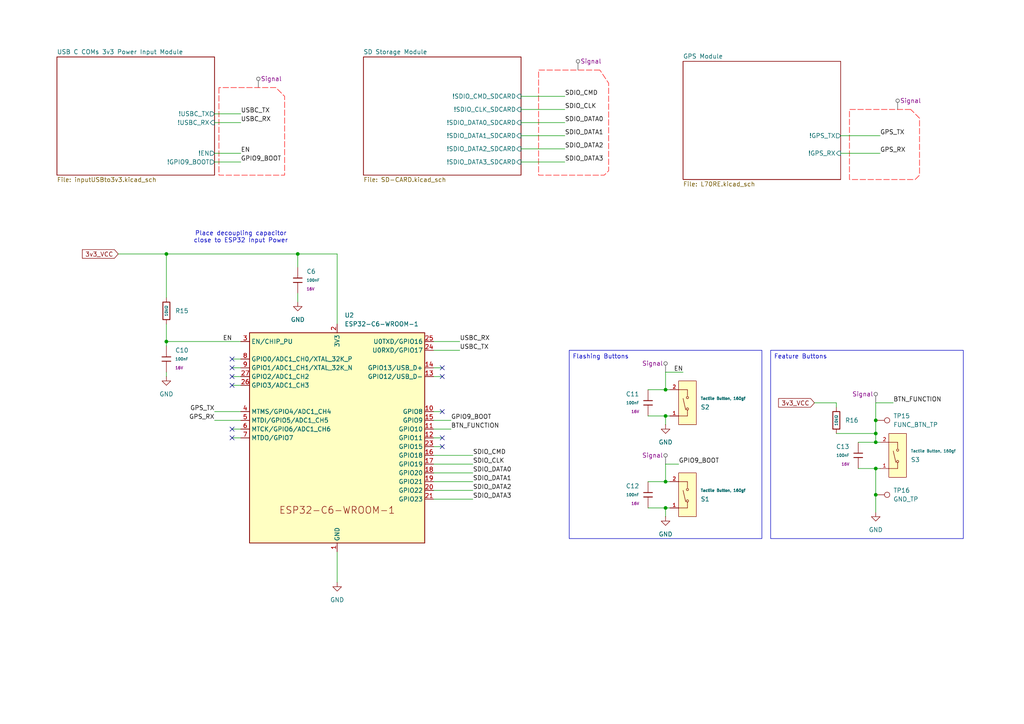
<source format=kicad_sch>
(kicad_sch (version 20250114) (generator "eeschema") (generator_version "9.0")
  (paper "A4")
  (title_block (title "Mileage Logger") (rev "DEV_001") (company "Jake Odgers"))
  (lib_symbols
    (symbol "Connector:TestPoint" (pin_numbers (hide yes)) (pin_names (offset 0.762) (hide yes))
      (property "Reference" "TP" (at 0 6.858 0))
      (property "Value" "TestPoint" (at 0 5.08 0))
      (symbol "TestPoint_0_1"
        (circle (center 0 3.302) (radius 0.762))
      )
      (symbol "TestPoint_1_1"
        (pin passive line (at 0 0 90) (length 2.54) (name "1") (number "1"))
      )
    )
    (symbol "Espressif:ESP32-C6-WROOM-1"
      (property "Reference" "U" (at -25.4 35.56 0))
      (property "Value" "ESP32-C6-WROOM-1" (at -25.4 33.02 0))
      (symbol "ESP32-C6-WROOM-1_0_0"
        (text "ESP32-C6-WROOM-1" (at 0 -20.955 0) (effects (font (size 2 2))))
      )
      (symbol "ESP32-C6-WROOM-1_0_1"
        (rectangle (start -25.4 30.48) (end 25.4 -30.48) (stroke (width 0.254)) (fill (type background)))
      )
      (symbol "ESP32-C6-WROOM-1_1_1"
        (pin input line (at -27.94 27.94 0) (length 2.54) (name "EN/CHIP_PU") (number "3"))
        (pin bidirectional line (at -27.94 22.86 0) (length 2.54) (name "GPIO0/ADC1_CH0/XTAL_32K_P") (number "8"))
        (pin bidirectional line (at -27.94 20.32 0) (length 2.54) (name "GPIO1/ADC1_CH1/XTAL_32K_N") (number "9"))
        (pin bidirectional line (at -27.94 17.78 0) (length 2.54) (name "GPIO2/ADC1_CH2") (number "27"))
        (pin bidirectional line (at -27.94 15.24 0) (length 2.54) (name "GPIO3/ADC1_CH3") (number "26"))
        (pin bidirectional line (at -27.94 7.62 0) (length 2.54) (name "MTMS/GPIO4/ADC1_CH4") (number "4"))
        (pin bidirectional line (at -27.94 5.08 0) (length 2.54) (name "MTDI/GPIO5/ADC1_CH5") (number "5"))
        (pin bidirectional line (at -27.94 2.54 0) (length 2.54) (name "MTCK/GPIO6/ADC1_CH6") (number "6"))
        (pin bidirectional line (at -27.94 0 0) (length 2.54) (name "MTDO/GPIO7") (number "7"))
        (pin no_connect line (at -25.4 -12.7 0) (length 2.54) (hide yes) (name "NC") (number "22"))
        (pin power_in line (at 0 33.02 270) (length 2.54) (name "3V3") (number "2"))
        (pin power_in line (at 0 -33.02 90) (length 2.54) (name "GND") (number "1"))
        (pin passive line (at 0 -33.02 90) (length 2.54) (hide yes) (name "GND") (number "28"))
        (pin passive line (at 0 -33.02 90) (length 2.54) (hide yes) (name "GND") (number "29"))
        (pin bidirectional line (at 27.94 27.94 180) (length 2.54) (name "U0TXD/GPIO16") (number "25"))
        (pin bidirectional line (at 27.94 25.4 180) (length 2.54) (name "U0RXD/GPIO17") (number "24"))
        (pin bidirectional line (at 27.94 20.32 180) (length 2.54) (name "GPIO13/USB_D+") (number "14"))
        (pin bidirectional line (at 27.94 17.78 180) (length 2.54) (name "GPIO12/USB_D-") (number "13"))
        (pin bidirectional line (at 27.94 7.62 180) (length 2.54) (name "GPIO8") (number "10"))
        (pin bidirectional line (at 27.94 5.08 180) (length 2.54) (name "GPIO9") (number "15"))
        (pin bidirectional line (at 27.94 2.54 180) (length 2.54) (name "GPIO10") (number "11"))
        (pin bidirectional line (at 27.94 0 180) (length 2.54) (name "GPIO11") (number "12"))
        (pin bidirectional line (at 27.94 -2.54 180) (length 2.54) (name "GPIO15") (number "23"))
        (pin bidirectional line (at 27.94 -5.08 180) (length 2.54) (name "GPIO18") (number "16"))
        (pin bidirectional line (at 27.94 -7.62 180) (length 2.54) (name "GPIO19") (number "17"))
        (pin bidirectional line (at 27.94 -10.16 180) (length 2.54) (name "GPIO20") (number "18"))
        (pin bidirectional line (at 27.94 -12.7 180) (length 2.54) (name "GPIO21") (number "19"))
        (pin bidirectional line (at 27.94 -15.24 180) (length 2.54) (name "GPIO22") (number "20"))
        (pin bidirectional line (at 27.94 -17.78 180) (length 2.54) (name "GPIO23") (number "21"))
      )
    )
    (symbol "PCM_JLCPCB-Capacitors:0402,100nF" (pin_numbers (hide yes)) (pin_names (offset 0))
      (property "Reference" "C" (at 2.032 1.668 0))
      (property "Value" "100nF" (at 2.032 -0.3782 0))
      (property "Voltage Rated" "16V" (at 2.032 -2.0462 0))
      (symbol "0402,100nF_0_1"
        (polyline (pts (xy -1.27 0.635) (xy 1.27 0.635)) (stroke (width 0.254)))
        (polyline (pts (xy -1.27 -0.635) (xy 1.27 -0.635)) (stroke (width 0.254)))
      )
      (symbol "0402,100nF_1_1"
        (pin passive line (at 0 3.81 270) (length 3.175) (name "~") (number "1"))
        (pin passive line (at 0 -3.81 90) (length 3.175) (name "~") (number "2"))
      )
    )
    (symbol "PCM_JLCPCB-Connectors_Buttons:Tactile Button, 160gf, 12V, 50mA, 4.0mm" (pin_names (hide yes))
      (property "Reference" "S" (at 0 1.27 0))
      (property "Value" "Tactile Button, 160gf" (at 0 -8.89 0))
      (symbol "Tactile Button, 160gf, 12V, 50mA, 4.0mm_0_1"
        (polyline (pts (xy -2.54 2.54) (xy 0 2.54)))
        (polyline (pts (xy -2.54 -5.08) (xy 0 -5.08)))
        (polyline (pts (xy -0.508 0.762) (xy -1.27 -2.54)))
        (polyline (pts (xy 0 0.762) (xy 0 2.54)))
        (circle (center 0 0.508) (radius 0.3175) (fill (type background)))
        (circle (center 0 -2.794) (radius 0.3175) (fill (type background)))
        (polyline (pts (xy 0 -3.302) (xy 0 -5.08)))
        (pin unspecified line (at -5.08 2.54 0) (length 2.54) (name "A") (number "1"))
        (pin unspecified line (at -5.08 -5.08 0) (length 2.54) (name "B") (number "2"))
      )
      (symbol "Tactile Button, 160gf, 12V, 50mA, 4.0mm_1_1"
        (rectangle (start -2.54 5.08) (end 2.54 -7.62) (fill (type background)))
      )
    )
    (symbol "PCM_JLCPCB-Resistors:0402,10kΩ" (pin_numbers (hide yes)) (pin_names (offset 0))
      (property "Reference" "R" (at 1.778 0 0))
      (property "Value" "10kΩ" (at 0 0 90))
      (symbol "0402,10kΩ_0_1"
        (rectangle (start -1.016 2.54) (end 1.016 -2.54) (stroke (width 0.254)))
      )
      (symbol "0402,10kΩ_1_1"
        (pin passive line (at 0 3.81 270) (length 1.27) (name "~") (number "1"))
        (pin passive line (at 0 -3.81 90) (length 1.27) (name "~") (number "2"))
      )
    )
    (symbol "power:GND" (power) (pin_numbers (hide yes)) (pin_names (offset 0) (hide yes))
      (property "Value" "GND" (at 0 -3.81 0))
      (symbol "GND_0_1"
        (polyline (pts (xy 0 0) (xy 0 -1.27) (xy 1.27 -1.27) (xy 0 -2.54) (xy -1.27 -1.27) (xy 0 -1.27)))
      )
      (symbol "GND_1_1"
        (pin power_in line (at 0 0 270) (length 0) (name "~") (number "1"))
      )
    )
  )
  (text "Place decoupling capacitor\nclose to ESP32 Input Power\n" (at 69.85 68.834 0) (effects (font (size 1.27 1.27))))
  (text_box "Feature Buttons\n" (at 223.52 101.6 0) (size 55.88 54.61) (margins 0.9525 0.9525 0.9525 0.9525) (effects (font (size 1.27 1.27)) (justify left top)))
  (text_box "Flashing Buttons\n" (at 165.1 101.6 0) (size 55.88 54.61) (margins 0.9525 0.9525 0.9525 0.9525) (effects (font (size 1.27 1.27)) (justify left top)))
  (junction (at 193.04 113.03))
  (junction (at 86.36 73.66))
  (junction (at 193.04 139.7))
  (junction (at 254 128.27))
  (junction (at 48.26 73.66))
  (junction (at 193.04 147.32))
  (junction (at 254 121.92))
  (junction (at 254 135.89))
  (junction (at 254 125.73))
  (junction (at 193.04 120.65))
  (junction (at 254 143.51))
  (junction (at 48.26 99.06))
  (no_connect (at 128.27 106.68))
  (no_connect (at 67.31 111.76))
  (no_connect (at 128.27 119.38))
  (no_connect (at 67.31 109.22))
  (no_connect (at 128.27 109.22))
  (no_connect (at 67.31 106.68))
  (no_connect (at 128.27 129.54))
  (no_connect (at 67.31 124.46))
  (no_connect (at 67.31 127))
  (no_connect (at 67.31 104.14))
  (no_connect (at 128.27 127))
  (wire (pts (xy 67.31 111.76) (xy 69.85 111.76)))
  (wire (pts (xy 254 121.92) (xy 254 125.73)))
  (wire (pts (xy 125.73 127) (xy 128.27 127)))
  (wire (pts (xy 125.73 119.38) (xy 128.27 119.38)))
  (wire (pts (xy 125.73 137.16) (xy 137.16 137.16)))
  (wire (pts (xy 125.73 132.08) (xy 137.16 132.08)))
  (wire (pts (xy 67.31 124.46) (xy 69.85 124.46)))
  (wire (pts (xy 125.73 99.06) (xy 133.35 99.06)))
  (wire (pts (xy 67.31 127) (xy 69.85 127)))
  (wire (pts (xy 193.04 147.32) (xy 193.04 149.86)))
  (wire (pts (xy 254 125.73) (xy 254 128.27)))
  (wire (pts (xy 125.73 109.22) (xy 128.27 109.22)))
  (wire (pts (xy 34.29 73.66) (xy 48.26 73.66)))
  (wire (pts (xy 62.23 121.92) (xy 69.85 121.92)))
  (wire (pts (xy 248.92 128.27) (xy 254 128.27)))
  (wire (pts (xy 62.23 44.45) (xy 69.85 44.45)))
  (wire (pts (xy 254 116.84) (xy 259.08 116.84)))
  (wire (pts (xy 62.23 35.56) (xy 69.85 35.56)))
  (wire (pts (xy 151.13 46.99) (xy 163.83 46.99)))
  (wire (pts (xy 196.85 134.62) (xy 193.04 134.62)))
  (wire (pts (xy 125.73 106.68) (xy 128.27 106.68)))
  (wire (pts (xy 48.26 107.95) (xy 48.26 109.22)))
  (wire (pts (xy 62.23 33.02) (xy 69.85 33.02)))
  (wire (pts (xy 236.22 116.84) (xy 242.57 116.84)))
  (wire (pts (xy 125.73 144.78) (xy 137.16 144.78)))
  (wire (pts (xy 193.04 113.03) (xy 194.31 113.03)))
  (wire (pts (xy 125.73 124.46) (xy 130.81 124.46)))
  (wire (pts (xy 194.31 147.32) (xy 193.04 147.32)))
  (wire (pts (xy 254 135.89) (xy 255.27 135.89)))
  (wire (pts (xy 125.73 121.92) (xy 130.81 121.92)))
  (wire (pts (xy 254 143.51) (xy 254 135.89)))
  (wire (pts (xy 67.31 106.68) (xy 69.85 106.68)))
  (wire (pts (xy 151.13 35.56) (xy 163.83 35.56)))
  (wire (pts (xy 193.04 134.62) (xy 193.04 139.7)))
  (wire (pts (xy 48.26 93.98) (xy 48.26 99.06)))
  (wire (pts (xy 97.79 160.02) (xy 97.79 168.91)))
  (wire (pts (xy 193.04 120.65) (xy 194.31 120.65)))
  (wire (pts (xy 193.04 139.7) (xy 194.31 139.7)))
  (wire (pts (xy 48.26 99.06) (xy 48.26 100.33)))
  (wire (pts (xy 86.36 85.09) (xy 86.36 87.63)))
  (wire (pts (xy 125.73 139.7) (xy 137.16 139.7)))
  (wire (pts (xy 193.04 107.95) (xy 193.04 113.03)))
  (wire (pts (xy 125.73 101.6) (xy 133.35 101.6)))
  (wire (pts (xy 62.23 119.38) (xy 69.85 119.38)))
  (wire (pts (xy 242.57 118.11) (xy 242.57 116.84)))
  (wire (pts (xy 193.04 123.19) (xy 193.04 120.65)))
  (wire (pts (xy 254 116.84) (xy 254 121.92)))
  (wire (pts (xy 125.73 142.24) (xy 137.16 142.24)))
  (wire (pts (xy 187.96 113.03) (xy 193.04 113.03)))
  (wire (pts (xy 254 148.59) (xy 254 143.51)))
  (wire (pts (xy 242.57 125.73) (xy 254 125.73)))
  (wire (pts (xy 86.36 73.66) (xy 86.36 77.47)))
  (wire (pts (xy 187.96 120.65) (xy 193.04 120.65)))
  (wire (pts (xy 151.13 39.37) (xy 163.83 39.37)))
  (wire (pts (xy 48.26 99.06) (xy 69.85 99.06)))
  (wire (pts (xy 187.96 147.32) (xy 193.04 147.32)))
  (wire (pts (xy 125.73 129.54) (xy 128.27 129.54)))
  (wire (pts (xy 151.13 43.18) (xy 163.83 43.18)))
  (wire (pts (xy 255.27 44.45) (xy 243.84 44.45)))
  (wire (pts (xy 193.04 107.95) (xy 198.12 107.95)))
  (wire (pts (xy 187.96 139.7) (xy 193.04 139.7)))
  (wire (pts (xy 86.36 73.66) (xy 97.79 73.66)))
  (wire (pts (xy 48.26 73.66) (xy 48.26 86.36)))
  (wire (pts (xy 67.31 109.22) (xy 69.85 109.22)))
  (wire (pts (xy 248.92 135.89) (xy 254 135.89)))
  (wire (pts (xy 151.13 31.75) (xy 163.83 31.75)))
  (wire (pts (xy 151.13 27.94) (xy 163.83 27.94)))
  (wire (pts (xy 255.27 39.37) (xy 243.84 39.37)))
  (wire (pts (xy 97.79 73.66) (xy 97.79 93.98)))
  (wire (pts (xy 254 128.27) (xy 255.27 128.27)))
  (wire (pts (xy 67.31 104.14) (xy 69.85 104.14)))
  (wire (pts (xy 125.73 134.62) (xy 137.16 134.62)))
  (wire (pts (xy 62.23 46.99) (xy 69.85 46.99)))
  (wire (pts (xy 48.26 73.66) (xy 86.36 73.66)))
  (label "GPS_TX" (at 62.23 119.38 180))
  (label "SDIO_CLK" (at 163.83 31.75 0))
  (label "USBC_RX" (at 133.35 99.06 0))
  (label "SDIO_CLK" (at 137.16 134.62 0))
  (label "BTN_FUNCTION" (at 259.08 116.84 0))
  (label "SDIO_DATA1" (at 137.16 139.7 0))
  (label "EN" (at 198.12 107.95 180))
  (label "USBC_RX" (at 69.85 35.56 0))
  (label "EN" (at 69.85 44.45 0))
  (label "SDIO_DATA3" (at 137.16 144.78 0))
  (label "GPIO9_BOOT" (at 196.85 134.62 0))
  (label "SDIO_DATA0" (at 137.16 137.16 0))
  (label "EN" (at 67.31 99.06 180))
  (label "SDIO_DATA0" (at 163.83 35.56 0))
  (label "GPS_RX" (at 62.23 121.92 180))
  (label "SDIO_CMD" (at 163.83 27.94 0))
  (label "SDIO_DATA2" (at 163.83 43.18 0))
  (label "USBC_TX" (at 133.35 101.6 0))
  (label "USBC_TX" (at 69.85 33.02 0))
  (label "SDIO_DATA2" (at 137.16 142.24 0))
  (label "BTN_FUNCTION" (at 130.81 124.46 0))
  (label "SDIO_CMD" (at 137.16 132.08 0))
  (label "GPIO9_BOOT" (at 69.85 46.99 0))
  (label "SDIO_DATA1" (at 163.83 39.37 0))
  (label "SDIO_DATA3" (at 163.83 46.99 0))
  (label "GPS_RX" (at 255.27 44.45 0))
  (label "GPS_TX" (at 255.27 39.37 0))
  (label "GPIO9_BOOT" (at 130.81 121.92 0))
  (global_label "3v3_VCC" (shape input) (at 236.22 116.84 180) (property "Intersheetrefs" "${INTERSHEET_REFS}" (effects (hide yes))))
  (global_label "3v3_VCC" (shape input) (at 34.29 73.66 180) (property "Intersheetrefs" "${INTERSHEET_REFS}" (effects (hide yes))))
  (rule_area (polyline (pts (xy 63.5 25.4) (xy 63.5 50.8) (xy 82.55 50.8) (xy 82.55 27.94) (xy 80.01 25.4)) (stroke (width 0) (type dash))))
  (rule_area (polyline (pts (xy 264.16 31.75) (xy 246.38 31.75) (xy 246.38 52.07) (xy 265.43 52.07) (xy 266.7 50.8) (xy 266.7 34.29)) (stroke (width 0) (type dash))))
  (rule_area (polyline (pts (xy 173.99 20.32) (xy 156.21 20.32) (xy 156.21 50.8) (xy 175.26 50.8) (xy 176.53 49.53) (xy 176.53 24.13)) (stroke (width 0) (type dash))))
  (netclass_flag "" (length 2.54) (shape round) (at 193.04 107.95 0) (property "Netclass" "Signal" (at 192.3415 105.41 0) (effects (justify right))))
  (netclass_flag "" (length 2.54) (shape round) (at 167.64 20.32 0) (property "Netclass" "Signal" (at 168.3385 17.78 0) (effects (justify left))))
  (netclass_flag "" (length 2.54) (shape round) (at 193.04 134.62 0) (property "Netclass" "Signal" (at 192.3415 132.08 0) (effects (justify right))))
  (netclass_flag "" (length 2.54) (shape round) (at 254 116.84 0) (property "Netclass" "Signal" (at 253.3015 114.3 0) (effects (justify right))))
  (netclass_flag "" (length 2.54) (shape round) (at 260.35 31.75 0) (property "Netclass" "Signal" (at 261.0485 29.21 0) (effects (justify left))))
  (netclass_flag "" (length 2.54) (shape round) (at 74.93 25.4 0) (property "Netclass" "Signal" (at 75.6285 22.86 0) (effects (justify left))))
  (symbol (lib_id "PCM_JLCPCB-Capacitors:0402,100nF") (at 187.96 116.84 0) (mirror y) (unit 1)
    (property "Reference" "C11" (at 185.42 114.2999 0) (effects (justify left)))
    (property "Value" "100nF" (at 185.42 116.84 0) (effects (font (size 0.8 0.8)) (justify left)))
    (property "Footprint" "PCM_JLCPCB:C_0402" (effects (hide yes)))
    (property "Datasheet" "https://www.lcsc.com/datasheet/lcsc_datasheet_2304140030_Samsung-Electro-Mechanics-CL05B104KO5NNNC_C1525.pdf" (effects (hide yes)))
    (property "Description" "16V 100nF X7R ±10% 0402 Multilayer Ceramic Capacitors MLCC - SMD/SMT ROHS" (effects (hide yes)))
    (property "LCSC" "C1525" (effects (hide yes)))
    (property "Stock" "20208285" (effects (hide yes)))
    (property "Price" "0.004USD" (effects (hide yes)))
    (property "Process" "SMT" (effects (hide yes)))
    (property "Minimum Qty" "20" (effects (hide yes)))
    (property "Attrition Qty" "10" (effects (hide yes)))
    (property "Class" "Basic Component" (effects (hide yes)))
    (property "Category" "Capacitors,Multilayer Ceramic Capacitors MLCC - SMD/SMT" (effects (hide yes)))
    (property "Manufacturer" "Samsung Electro-Mechanics" (effects (hide yes)))
    (property "Part" "CL05B104KO5NNNC" (effects (hide yes)))
    (property "Voltage Rated" "16V" (at 185.42 119.38 0) (effects (font (size 0.8 0.8)) (justify left)))
    (property "Tolerance" "±10%" (effects (hide yes)))
    (property "Capacitance" "100nF" (effects (hide yes)))
    (property "Temperature Coefficient" "X7R" (effects (hide yes)))
  )
  (symbol (lib_id "Connector:TestPoint") (at 254 121.92 270) (unit 1) (in_bom no)
    (property "Reference" "TP15" (at 259.08 120.6499 90) (effects (justify left)))
    (property "Value" "FUNC_BTN_TP" (at 259.08 123.1899 90) (effects (justify left)))
    (property "Footprint" "TestPoint:TestPoint_Pad_D2.5mm" (effects (hide yes)))
    (property "Description" "test point" (effects (hide yes)))
  )
  (symbol (lib_id "PCM_JLCPCB-Capacitors:0402,100nF") (at 248.92 132.08 0) (mirror y) (unit 1)
    (property "Reference" "C13" (at 246.38 129.5399 0) (effects (justify left)))
    (property "Value" "100nF" (at 246.38 132.08 0) (effects (font (size 0.8 0.8)) (justify left)))
    (property "Footprint" "PCM_JLCPCB:C_0402" (effects (hide yes)))
    (property "Datasheet" "https://www.lcsc.com/datasheet/lcsc_datasheet_2304140030_Samsung-Electro-Mechanics-CL05B104KO5NNNC_C1525.pdf" (effects (hide yes)))
    (property "Description" "16V 100nF X7R ±10% 0402 Multilayer Ceramic Capacitors MLCC - SMD/SMT ROHS" (effects (hide yes)))
    (property "LCSC" "C1525" (effects (hide yes)))
    (property "Stock" "20208285" (effects (hide yes)))
    (property "Price" "0.004USD" (effects (hide yes)))
    (property "Process" "SMT" (effects (hide yes)))
    (property "Minimum Qty" "20" (effects (hide yes)))
    (property "Attrition Qty" "10" (effects (hide yes)))
    (property "Class" "Basic Component" (effects (hide yes)))
    (property "Category" "Capacitors,Multilayer Ceramic Capacitors MLCC - SMD/SMT" (effects (hide yes)))
    (property "Manufacturer" "Samsung Electro-Mechanics" (effects (hide yes)))
    (property "Part" "CL05B104KO5NNNC" (effects (hide yes)))
    (property "Voltage Rated" "16V" (at 246.38 134.62 0) (effects (font (size 0.8 0.8)) (justify left)))
    (property "Tolerance" "±10%" (effects (hide yes)))
    (property "Capacitance" "100nF" (effects (hide yes)))
    (property "Temperature Coefficient" "X7R" (effects (hide yes)))
  )
  (symbol (lib_id "PCM_JLCPCB-Resistors:0402,10kΩ") (at 48.26 90.17 0) (unit 1)
    (property "Reference" "R15" (at 50.8 90.1699 0) (effects (justify left)))
    (property "Value" "10kΩ" (at 48.26 90.17 90) (effects (font (size 0.8 0.8))))
    (property "Footprint" "PCM_JLCPCB:R_0402" (effects (hide yes)))
    (property "Datasheet" "https://www.lcsc.com/datasheet/lcsc_datasheet_2411221126_UNI-ROYAL-Uniroyal-Elec-0402WGF1002TCE_C25744.pdf" (effects (hide yes)))
    (property "Description" "62.5mW Thick Film Resistors 50V ±100ppm/°C ±1% 10kΩ 0402 Chip Resistor - Surface Mount ROHS" (effects (hide yes)))
    (property "LCSC" "C25744" (effects (hide yes)))
    (property "Stock" "24372091" (effects (hide yes)))
    (property "Price" "0.004USD" (effects (hide yes)))
    (property "Process" "SMT" (effects (hide yes)))
    (property "Minimum Qty" "20" (effects (hide yes)))
    (property "Attrition Qty" "10" (effects (hide yes)))
    (property "Class" "Basic Component" (effects (hide yes)))
    (property "Category" "Resistors,Chip Resistor - Surface Mount" (effects (hide yes)))
    (property "Manufacturer" "UNI-ROYAL(Uniroyal Elec)" (effects (hide yes)))
    (property "Part" "0402WGF1002TCE" (effects (hide yes)))
    (property "Resistance" "10kΩ" (effects (hide yes)))
    (property "Power(Watts)" "62.5mW" (effects (hide yes)))
    (property "Type" "Thick Film Resistors" (effects (hide yes)))
    (property "Overload Voltage (Max)" "50V" (effects (hide yes)))
    (property "Operating Temperature Range" "-55°C~+155°C" (effects (hide yes)))
    (property "Tolerance" "±1%" (effects (hide yes)))
    (property "Temperature Coefficient" "±100ppm/°C" (effects (hide yes)))
  )
  (symbol (lib_id "PCM_JLCPCB-Resistors:0402,10kΩ") (at 242.57 121.92 0) (unit 1)
    (property "Reference" "R16" (at 245.11 121.9199 0) (effects (justify left)))
    (property "Value" "10kΩ" (at 242.57 121.92 90) (effects (font (size 0.8 0.8))))
    (property "Footprint" "PCM_JLCPCB:R_0402" (effects (hide yes)))
    (property "Datasheet" "https://www.lcsc.com/datasheet/lcsc_datasheet_2411221126_UNI-ROYAL-Uniroyal-Elec-0402WGF1002TCE_C25744.pdf" (effects (hide yes)))
    (property "Description" "62.5mW Thick Film Resistors 50V ±100ppm/°C ±1% 10kΩ 0402 Chip Resistor - Surface Mount ROHS" (effects (hide yes)))
    (property "LCSC" "C25744" (effects (hide yes)))
    (property "Stock" "24372091" (effects (hide yes)))
    (property "Price" "0.004USD" (effects (hide yes)))
    (property "Process" "SMT" (effects (hide yes)))
    (property "Minimum Qty" "20" (effects (hide yes)))
    (property "Attrition Qty" "10" (effects (hide yes)))
    (property "Class" "Basic Component" (effects (hide yes)))
    (property "Category" "Resistors,Chip Resistor - Surface Mount" (effects (hide yes)))
    (property "Manufacturer" "UNI-ROYAL(Uniroyal Elec)" (effects (hide yes)))
    (property "Part" "0402WGF1002TCE" (effects (hide yes)))
    (property "Resistance" "10kΩ" (effects (hide yes)))
    (property "Power(Watts)" "62.5mW" (effects (hide yes)))
    (property "Type" "Thick Film Resistors" (effects (hide yes)))
    (property "Overload Voltage (Max)" "50V" (effects (hide yes)))
    (property "Operating Temperature Range" "-55°C~+155°C" (effects (hide yes)))
    (property "Tolerance" "±1%" (effects (hide yes)))
    (property "Temperature Coefficient" "±100ppm/°C" (effects (hide yes)))
  )
  (symbol (lib_id "power:GND") (at 254 148.59 0) (unit 1)
    (property "Reference" "#PWR021" (effects (hide yes)))
    (property "Value" "GND" (at 254 153.67 0))
    (property "Description" "Power symbol creates a global label with name \"GND\" , ground" (effects (hide yes)))
  )
  (symbol (lib_id "Espressif:ESP32-C6-WROOM-1") (at 97.79 127 0) (unit 1)
    (property "Reference" "U2" (at 99.9333 91.44 0) (effects (justify left)))
    (property "Value" "ESP32-C6-WROOM-1" (at 99.9333 93.98 0) (effects (justify left)))
    (property "Footprint" "ESPRESSIF footprints:ESP32-C6-WROOM-1" (effects (hide yes)))
    (property "Datasheet" "https://www.espressif.com/sites/default/files/documentation/esp32-c6-wroom-1_wroom-1u_datasheet_en.pdf" (effects (hide yes)))
    (property "Description" "ESP32-C6-WROOM-1/U is a module that supports 2.4 GHz Wi-Fi 6 (802.11 ax), Bluetooth® 5 (LE), Zigbee and Thread (802.15.4)" (effects (hide yes)))
    (property "LCSC" "C5366877" (effects (hide yes)))
  )
  (symbol (lib_id "PCM_JLCPCB-Connectors_Buttons:Tactile Button, 160gf, 12V, 50mA, 4.0mm") (at 199.39 144.78 0) (mirror x) (unit 1)
    (property "Reference" "S1" (at 203.2 144.7801 0) (effects (justify left)))
    (property "Value" "Tactile Button, 160gf" (at 203.2 142.24 0) (effects (font (size 0.8 0.8)) (justify left)))
    (property "Footprint" "PCM_JLCPCB:SW_TS-1088-AR02016" (effects (hide yes)))
    (property "Datasheet" "https://www.lcsc.com/datasheet/lcsc_datasheet_2304140030_XUNPU-TS-1088-AR02016_C720477.pdf" (effects (hide yes)))
    (property "Description" "Without 50mA 4mm 100MΩ 100000 Times 12V 160gf 3mm 2mm Round Button Standing paste SPST SMD Tactile Switches ROHS" (effects (hide yes)))
    (property "LCSC" "C720477" (effects (hide yes)))
    (property "Stock" "346801" (effects (hide yes)))
    (property "Price" "0.044USD" (effects (hide yes)))
    (property "Process" "SMT" (effects (hide yes)))
    (property "Minimum Qty" "5" (effects (hide yes)))
    (property "Attrition Qty" "4" (effects (hide yes)))
    (property "Class" "Basic Component" (effects (hide yes)))
    (property "Category" "Switches,Tactile Switches" (effects (hide yes)))
    (property "Manufacturer" "XUNPU" (effects (hide yes)))
    (property "Part" "TS-1088-AR02016" (effects (hide yes)))
    (property "Switch Length" "4mm" (effects (hide yes)))
    (property "Voltage Rating (Dc)" "12V" (effects (hide yes)))
    (property "With Lamp" "No" (effects (hide yes)))
    (property "Operating Force" "160gf@±50gf" (effects (hide yes)))
    (property "Actuator/Cap Color" "Black" (effects (hide yes)))
    (property "Mechanical Life" "100000 Times" (effects (hide yes)))
    (property "Strike Gundam" "NO" (effects (hide yes)))
    (property "Circuit" "SPST" (effects (hide yes)))
    (property "Switch Height" "2mm" (effects (hide yes)))
    (property "Actuator Style" "Round Button" (effects (hide yes)))
    (property "Switch Width" "3mm" (effects (hide yes)))
    (property "Contact Current" "50mA" (effects (hide yes)))
    (property "Operating Temperature" "-30°C~+80°C" (effects (hide yes)))
    (property "Mounting Style" "Brick nogging" (effects (hide yes)))
    (property "Insulation Resistance" "100MΩ" (effects (hide yes)))
    (property "Pin Style" "SMDSplicing" (effects (hide yes)))
  )
  (symbol (lib_id "Connector:TestPoint") (at 254 143.51 270) (unit 1) (in_bom no)
    (property "Reference" "TP16" (at 259.08 142.2399 90) (effects (justify left)))
    (property "Value" "GND_TP" (at 259.08 144.7799 90) (effects (justify left)))
    (property "Footprint" "TestPoint:TestPoint_Pad_D2.5mm" (effects (hide yes)))
    (property "Description" "test point" (effects (hide yes)))
  )
  (symbol (lib_id "power:GND") (at 97.79 168.91 0) (unit 1)
    (property "Reference" "#PWR03" (effects (hide yes)))
    (property "Value" "GND" (at 97.79 173.99 0))
    (property "Description" "Power symbol creates a global label with name \"GND\" , ground" (effects (hide yes)))
  )
  (symbol (lib_id "PCM_JLCPCB-Connectors_Buttons:Tactile Button, 160gf, 12V, 50mA, 4.0mm") (at 199.39 118.11 0) (mirror x) (unit 1)
    (property "Reference" "S2" (at 203.2 118.1101 0) (effects (justify left)))
    (property "Value" "Tactile Button, 160gf" (at 203.2 115.57 0) (effects (font (size 0.8 0.8)) (justify left)))
    (property "Footprint" "PCM_JLCPCB:SW_TS-1088-AR02016" (effects (hide yes)))
    (property "Datasheet" "https://www.lcsc.com/datasheet/lcsc_datasheet_2304140030_XUNPU-TS-1088-AR02016_C720477.pdf" (effects (hide yes)))
    (property "Description" "Without 50mA 4mm 100MΩ 100000 Times 12V 160gf 3mm 2mm Round Button Standing paste SPST SMD Tactile Switches ROHS" (effects (hide yes)))
    (property "LCSC" "C720477" (effects (hide yes)))
    (property "Stock" "346801" (effects (hide yes)))
    (property "Price" "0.044USD" (effects (hide yes)))
    (property "Process" "SMT" (effects (hide yes)))
    (property "Minimum Qty" "5" (effects (hide yes)))
    (property "Attrition Qty" "4" (effects (hide yes)))
    (property "Class" "Basic Component" (effects (hide yes)))
    (property "Category" "Switches,Tactile Switches" (effects (hide yes)))
    (property "Manufacturer" "XUNPU" (effects (hide yes)))
    (property "Part" "TS-1088-AR02016" (effects (hide yes)))
    (property "Switch Length" "4mm" (effects (hide yes)))
    (property "Voltage Rating (Dc)" "12V" (effects (hide yes)))
    (property "With Lamp" "No" (effects (hide yes)))
    (property "Operating Force" "160gf@±50gf" (effects (hide yes)))
    (property "Actuator/Cap Color" "Black" (effects (hide yes)))
    (property "Mechanical Life" "100000 Times" (effects (hide yes)))
    (property "Strike Gundam" "NO" (effects (hide yes)))
    (property "Circuit" "SPST" (effects (hide yes)))
    (property "Switch Height" "2mm" (effects (hide yes)))
    (property "Actuator Style" "Round Button" (effects (hide yes)))
    (property "Switch Width" "3mm" (effects (hide yes)))
    (property "Contact Current" "50mA" (effects (hide yes)))
    (property "Operating Temperature" "-30°C~+80°C" (effects (hide yes)))
    (property "Mounting Style" "Brick nogging" (effects (hide yes)))
    (property "Insulation Resistance" "100MΩ" (effects (hide yes)))
    (property "Pin Style" "SMDSplicing" (effects (hide yes)))
  )
  (symbol (lib_id "power:GND") (at 193.04 123.19 0) (unit 1)
    (property "Reference" "#PWR019" (effects (hide yes)))
    (property "Value" "GND" (at 193.04 128.27 0))
    (property "Description" "Power symbol creates a global label with name \"GND\" , ground" (effects (hide yes)))
  )
  (symbol (lib_id "PCM_JLCPCB-Connectors_Buttons:Tactile Button, 160gf, 12V, 50mA, 4.0mm") (at 260.35 133.35 0) (mirror x) (unit 1)
    (property "Reference" "S3" (at 264.16 133.3501 0) (effects (justify left)))
    (property "Value" "Tactile Button, 160gf" (at 264.16 130.81 0) (effects (font (size 0.8 0.8)) (justify left)))
    (property "Footprint" "PCM_JLCPCB:SW_TS-1088-AR02016" (effects (hide yes)))
    (property "Datasheet" "https://www.lcsc.com/datasheet/lcsc_datasheet_2304140030_XUNPU-TS-1088-AR02016_C720477.pdf" (effects (hide yes)))
    (property "Description" "Without 50mA 4mm 100MΩ 100000 Times 12V 160gf 3mm 2mm Round Button Standing paste SPST SMD Tactile Switches ROHS" (effects (hide yes)))
    (property "LCSC" "C720477" (effects (hide yes)))
    (property "Stock" "346801" (effects (hide yes)))
    (property "Price" "0.044USD" (effects (hide yes)))
    (property "Process" "SMT" (effects (hide yes)))
    (property "Minimum Qty" "5" (effects (hide yes)))
    (property "Attrition Qty" "4" (effects (hide yes)))
    (property "Class" "Basic Component" (effects (hide yes)))
    (property "Category" "Switches,Tactile Switches" (effects (hide yes)))
    (property "Manufacturer" "XUNPU" (effects (hide yes)))
    (property "Part" "TS-1088-AR02016" (effects (hide yes)))
    (property "Switch Length" "4mm" (effects (hide yes)))
    (property "Voltage Rating (Dc)" "12V" (effects (hide yes)))
    (property "With Lamp" "No" (effects (hide yes)))
    (property "Operating Force" "160gf@±50gf" (effects (hide yes)))
    (property "Actuator/Cap Color" "Black" (effects (hide yes)))
    (property "Mechanical Life" "100000 Times" (effects (hide yes)))
    (property "Strike Gundam" "NO" (effects (hide yes)))
    (property "Circuit" "SPST" (effects (hide yes)))
    (property "Switch Height" "2mm" (effects (hide yes)))
    (property "Actuator Style" "Round Button" (effects (hide yes)))
    (property "Switch Width" "3mm" (effects (hide yes)))
    (property "Contact Current" "50mA" (effects (hide yes)))
    (property "Operating Temperature" "-30°C~+80°C" (effects (hide yes)))
    (property "Mounting Style" "Brick nogging" (effects (hide yes)))
    (property "Insulation Resistance" "100MΩ" (effects (hide yes)))
    (property "Pin Style" "SMDSplicing" (effects (hide yes)))
  )
  (symbol (lib_id "PCM_JLCPCB-Capacitors:0402,100nF") (at 48.26 104.14 0) (unit 1)
    (property "Reference" "C10" (at 50.8 101.5999 0) (effects (justify left)))
    (property "Value" "100nF" (at 50.8 104.14 0) (effects (font (size 0.8 0.8)) (justify left)))
    (property "Footprint" "PCM_JLCPCB:C_0402" (effects (hide yes)))
    (property "Datasheet" "https://www.lcsc.com/datasheet/lcsc_datasheet_2304140030_Samsung-Electro-Mechanics-CL05B104KO5NNNC_C1525.pdf" (effects (hide yes)))
    (property "Description" "16V 100nF X7R ±10% 0402 Multilayer Ceramic Capacitors MLCC - SMD/SMT ROHS" (effects (hide yes)))
    (property "LCSC" "C1525" (effects (hide yes)))
    (property "Stock" "20208285" (effects (hide yes)))
    (property "Price" "0.004USD" (effects (hide yes)))
    (property "Process" "SMT" (effects (hide yes)))
    (property "Minimum Qty" "20" (effects (hide yes)))
    (property "Attrition Qty" "10" (effects (hide yes)))
    (property "Class" "Basic Component" (effects (hide yes)))
    (property "Category" "Capacitors,Multilayer Ceramic Capacitors MLCC - SMD/SMT" (effects (hide yes)))
    (property "Manufacturer" "Samsung Electro-Mechanics" (effects (hide yes)))
    (property "Part" "CL05B104KO5NNNC" (effects (hide yes)))
    (property "Voltage Rated" "16V" (at 50.8 106.68 0) (effects (font (size 0.8 0.8)) (justify left)))
    (property "Tolerance" "±10%" (effects (hide yes)))
    (property "Capacitance" "100nF" (effects (hide yes)))
    (property "Temperature Coefficient" "X7R" (effects (hide yes)))
  )
  (symbol (lib_id "PCM_JLCPCB-Capacitors:0402,100nF") (at 86.36 81.28 0) (unit 1)
    (property "Reference" "C6" (at 88.9 78.7399 0) (effects (justify left)))
    (property "Value" "100nF" (at 88.9 81.28 0) (effects (font (size 0.8 0.8)) (justify left)))
    (property "Footprint" "PCM_JLCPCB:C_0402" (effects (hide yes)))
    (property "Datasheet" "https://www.lcsc.com/datasheet/lcsc_datasheet_2304140030_Samsung-Electro-Mechanics-CL05B104KO5NNNC_C1525.pdf" (effects (hide yes)))
    (property "Description" "16V 100nF X7R ±10% 0402 Multilayer Ceramic Capacitors MLCC - SMD/SMT ROHS" (effects (hide yes)))
    (property "LCSC" "C1525" (effects (hide yes)))
    (property "Stock" "20208285" (effects (hide yes)))
    (property "Price" "0.004USD" (effects (hide yes)))
    (property "Process" "SMT" (effects (hide yes)))
    (property "Minimum Qty" "20" (effects (hide yes)))
    (property "Attrition Qty" "10" (effects (hide yes)))
    (property "Class" "Basic Component" (effects (hide yes)))
    (property "Category" "Capacitors,Multilayer Ceramic Capacitors MLCC - SMD/SMT" (effects (hide yes)))
    (property "Manufacturer" "Samsung Electro-Mechanics" (effects (hide yes)))
    (property "Part" "CL05B104KO5NNNC" (effects (hide yes)))
    (property "Voltage Rated" "16V" (at 88.9 83.82 0) (effects (font (size 0.8 0.8)) (justify left)))
    (property "Tolerance" "±10%" (effects (hide yes)))
    (property "Capacitance" "100nF" (effects (hide yes)))
    (property "Temperature Coefficient" "X7R" (effects (hide yes)))
  )
  (symbol (lib_id "power:GND") (at 193.04 149.86 0) (unit 1)
    (property "Reference" "#PWR020" (effects (hide yes)))
    (property "Value" "GND" (at 193.04 154.94 0))
    (property "Description" "Power symbol creates a global label with name \"GND\" , ground" (effects (hide yes)))
  )
  (symbol (lib_id "PCM_JLCPCB-Capacitors:0402,100nF") (at 187.96 143.51 0) (mirror y) (unit 1)
    (property "Reference" "C12" (at 185.42 140.9699 0) (effects (justify left)))
    (property "Value" "100nF" (at 185.42 143.51 0) (effects (font (size 0.8 0.8)) (justify left)))
    (property "Footprint" "PCM_JLCPCB:C_0402" (effects (hide yes)))
    (property "Datasheet" "https://www.lcsc.com/datasheet/lcsc_datasheet_2304140030_Samsung-Electro-Mechanics-CL05B104KO5NNNC_C1525.pdf" (effects (hide yes)))
    (property "Description" "16V 100nF X7R ±10% 0402 Multilayer Ceramic Capacitors MLCC - SMD/SMT ROHS" (effects (hide yes)))
    (property "LCSC" "C1525" (effects (hide yes)))
    (property "Stock" "20208285" (effects (hide yes)))
    (property "Price" "0.004USD" (effects (hide yes)))
    (property "Process" "SMT" (effects (hide yes)))
    (property "Minimum Qty" "20" (effects (hide yes)))
    (property "Attrition Qty" "10" (effects (hide yes)))
    (property "Class" "Basic Component" (effects (hide yes)))
    (property "Category" "Capacitors,Multilayer Ceramic Capacitors MLCC - SMD/SMT" (effects (hide yes)))
    (property "Manufacturer" "Samsung Electro-Mechanics" (effects (hide yes)))
    (property "Part" "CL05B104KO5NNNC" (effects (hide yes)))
    (property "Voltage Rated" "16V" (at 185.42 146.05 0) (effects (font (size 0.8 0.8)) (justify left)))
    (property "Tolerance" "±10%" (effects (hide yes)))
    (property "Capacitance" "100nF" (effects (hide yes)))
    (property "Temperature Coefficient" "X7R" (effects (hide yes)))
  )
  (symbol (lib_id "power:GND") (at 86.36 87.63 0) (unit 1)
    (property "Reference" "#PWR014" (effects (hide yes)))
    (property "Value" "GND" (at 86.36 92.71 0))
    (property "Description" "Power symbol creates a global label with name \"GND\" , ground" (effects (hide yes)))
  )
  (symbol (lib_id "power:GND") (at 48.26 109.22 0) (unit 1)
    (property "Reference" "#PWR018" (effects (hide yes)))
    (property "Value" "GND" (at 48.26 114.3 0))
    (property "Description" "Power symbol creates a global label with name \"GND\" , ground" (effects (hide yes)))
  )
  (sheet (at 105.41 16.51) (size 45.72 34.29) (stroke (width 0.1524))
    (property "Sheetname" "SD Storage Module" (at 105.41 15.7984 0) (effects (justify left bottom)))
    (property "Sheetfile" "SD-CARD.kicad_sch" (at 105.41 51.3846 0) (effects (justify left top)))
    (pin "!SDIO_CLK_SDCARD" input (at 151.13 31.75 0))
    (pin "!SDIO_CMD_SDCARD" input (at 151.13 27.94 0))
    (pin "!SDIO_DATA0_SDCARD" input (at 151.13 35.56 0))
    (pin "!SDIO_DATA1_SDCARD" input (at 151.13 39.37 0))
    (pin "!SDIO_DATA2_SDCARD" input (at 151.13 43.18 0))
    (pin "!SDIO_DATA3_SDCARD" input (at 151.13 46.99 0))
  )
  (sheet (at 16.51 16.51) (size 45.72 34.29) (stroke (width 0.1524))
    (property "Sheetname" "USB C COMs 3v3 Power Input Module" (at 16.51 15.7984 0) (effects (justify left bottom)))
    (property "Sheetfile" "inputUSBto3v3.kicad_sch" (at 16.51 51.3846 0) (effects (justify left top)))
    (pin "!USBC_RX" input (at 62.23 35.56 0))
    (pin "!USBC_TX" output (at 62.23 33.02 0))
    (pin "!EN" output (at 62.23 44.45 0))
    (pin "!GPIO9_BOOT" output (at 62.23 46.99 0))
  )
  (sheet (at 198.12 17.78) (size 45.72 34.29) (stroke (width 0.1524))
    (property "Sheetname" "GPS Module" (at 198.12 17.0684 0) (effects (justify left bottom)))
    (property "Sheetfile" "L70RE.kicad_sch" (at 198.12 52.6546 0) (effects (justify left top)))
    (pin "!GPS_RX" input (at 243.84 44.45 0))
    (pin "!GPS_TX" output (at 243.84 39.37 0))
  )
)
</source>
